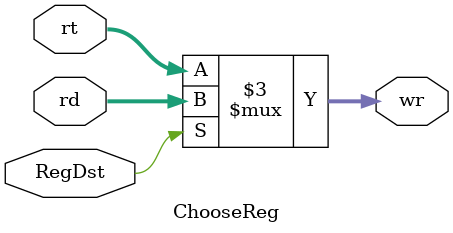
<source format=v>
`timescale 1ns / 1ps
module ChooseReg(
	input RegDst,
	input [4:0] rt,
	input [4:0] rd,
	output reg [4:0] wr
);
	initial wr<=0;
	always@(RegDst or rt or rd) begin
		wr=(RegDst==0)?rt:rd;
	end
endmodule
</source>
